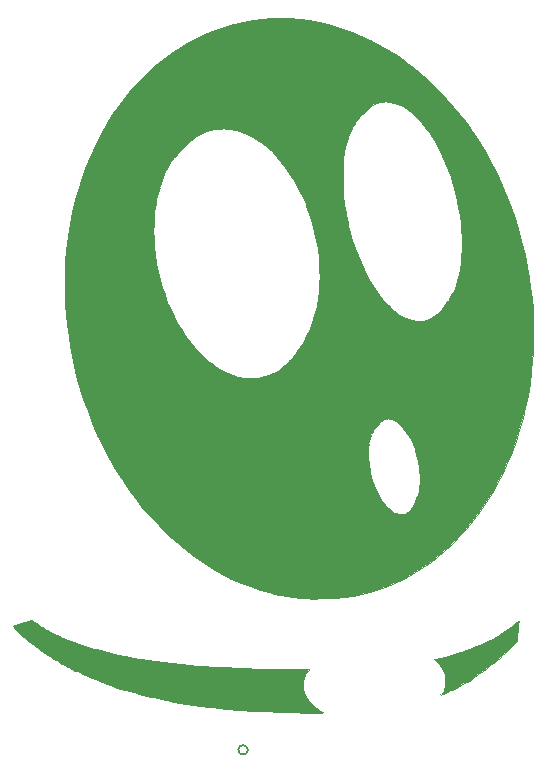
<source format=gto>
G04 #@! TF.FileFunction,Legend,Top*
%FSLAX46Y46*%
G04 Gerber Fmt 4.6, Leading zero omitted, Abs format (unit mm)*
G04 Created by KiCad (PCBNEW 4.0.7) date 07/19/18 08:55:47*
%MOMM*%
%LPD*%
G01*
G04 APERTURE LIST*
%ADD10C,0.100000*%
%ADD11C,0.010000*%
%ADD12C,0.150000*%
%ADD13C,2.100000*%
%ADD14O,2.100000X2.100000*%
G04 APERTURE END LIST*
D10*
D11*
G36*
X133506468Y-113999080D02*
X133565090Y-114023649D01*
X133634577Y-114064491D01*
X133721920Y-114123382D01*
X133834108Y-114202094D01*
X133911323Y-114256141D01*
X134059934Y-114359570D01*
X134189944Y-114449555D01*
X134305613Y-114528495D01*
X134411204Y-114598787D01*
X134510976Y-114662831D01*
X134609192Y-114723024D01*
X134710113Y-114781765D01*
X134818000Y-114841452D01*
X134937114Y-114904484D01*
X135071718Y-114973260D01*
X135226072Y-115050176D01*
X135404438Y-115137633D01*
X135611076Y-115238028D01*
X135850249Y-115353760D01*
X135930217Y-115392425D01*
X136072310Y-115460481D01*
X136201061Y-115520394D01*
X136322652Y-115574566D01*
X136443269Y-115625400D01*
X136569095Y-115675299D01*
X136706314Y-115726665D01*
X136861110Y-115781900D01*
X137039667Y-115843406D01*
X137248168Y-115913587D01*
X137411883Y-115968045D01*
X137720034Y-116069271D01*
X137998714Y-116158551D01*
X138258078Y-116238839D01*
X138508281Y-116313088D01*
X138759477Y-116384252D01*
X139021820Y-116455284D01*
X139305466Y-116529137D01*
X139579501Y-116598493D01*
X140207809Y-116751145D01*
X140830475Y-116892653D01*
X141451982Y-117023715D01*
X142076814Y-117145029D01*
X142709455Y-117257295D01*
X143354389Y-117361212D01*
X144016099Y-117457477D01*
X144699069Y-117546790D01*
X145407783Y-117629849D01*
X146146723Y-117707354D01*
X146920375Y-117780002D01*
X147455467Y-117825902D01*
X147733400Y-117848793D01*
X147974668Y-117868343D01*
X148184781Y-117884904D01*
X148369244Y-117898830D01*
X148533567Y-117910474D01*
X148683255Y-117920189D01*
X148823818Y-117928329D01*
X148960763Y-117935245D01*
X149099597Y-117941293D01*
X149245827Y-117946824D01*
X149404963Y-117952192D01*
X149445133Y-117953477D01*
X149604517Y-117958898D01*
X149798522Y-117966088D01*
X150019487Y-117974731D01*
X150259749Y-117984511D01*
X150511649Y-117995111D01*
X150767524Y-118006214D01*
X151019713Y-118017504D01*
X151233717Y-118027400D01*
X151599984Y-118044532D01*
X151927309Y-118059604D01*
X152219032Y-118072700D01*
X152478489Y-118083906D01*
X152709018Y-118093305D01*
X152913957Y-118100984D01*
X153096643Y-118107026D01*
X153260415Y-118111517D01*
X153408610Y-118114541D01*
X153544566Y-118116184D01*
X153671621Y-118116531D01*
X153793112Y-118115666D01*
X153912378Y-118113674D01*
X154032755Y-118110640D01*
X154157583Y-118106650D01*
X154237007Y-118103794D01*
X154433327Y-118097496D01*
X154653120Y-118092163D01*
X154890104Y-118087820D01*
X155137997Y-118084491D01*
X155390518Y-118082201D01*
X155641387Y-118080974D01*
X155884321Y-118080834D01*
X156113040Y-118081807D01*
X156321262Y-118083916D01*
X156502705Y-118087186D01*
X156651090Y-118091641D01*
X156708024Y-118094172D01*
X156975332Y-118107806D01*
X156850956Y-118344607D01*
X156734897Y-118585269D01*
X156649957Y-118808846D01*
X156593724Y-119024090D01*
X156563785Y-119239758D01*
X156557133Y-119410799D01*
X156567631Y-119650621D01*
X156601319Y-119867236D01*
X156661489Y-120074800D01*
X156751435Y-120287472D01*
X156769658Y-120324620D01*
X156879462Y-120513325D01*
X157022315Y-120709413D01*
X157191681Y-120905264D01*
X157381021Y-121093259D01*
X157562843Y-121249231D01*
X157648823Y-121314648D01*
X157759358Y-121394334D01*
X157883261Y-121480634D01*
X158009342Y-121565894D01*
X158126414Y-121642458D01*
X158223288Y-121702672D01*
X158239883Y-121712445D01*
X158345717Y-121773950D01*
X158197550Y-121791026D01*
X158137718Y-121795526D01*
X158041990Y-121799812D01*
X157916803Y-121803797D01*
X157768593Y-121807397D01*
X157603798Y-121810527D01*
X157428854Y-121813103D01*
X157250199Y-121815038D01*
X157074269Y-121816249D01*
X156907501Y-121816650D01*
X156756332Y-121816156D01*
X156627200Y-121814682D01*
X156546550Y-121812817D01*
X156482788Y-121810654D01*
X156381871Y-121806979D01*
X156248938Y-121801991D01*
X156089134Y-121795886D01*
X155907600Y-121788864D01*
X155709478Y-121781121D01*
X155499911Y-121772856D01*
X155284040Y-121764266D01*
X155276550Y-121763967D01*
X155033126Y-121754447D01*
X154773096Y-121744662D01*
X154505490Y-121734925D01*
X154239336Y-121725552D01*
X153983664Y-121716858D01*
X153747504Y-121709158D01*
X153539884Y-121702768D01*
X153445633Y-121700052D01*
X152998938Y-121686757D01*
X152589758Y-121672765D01*
X152213278Y-121657743D01*
X151864680Y-121641359D01*
X151539148Y-121623281D01*
X151231867Y-121603176D01*
X150938020Y-121580713D01*
X150652790Y-121555559D01*
X150371361Y-121527381D01*
X150088916Y-121495849D01*
X149800641Y-121460629D01*
X149603883Y-121435075D01*
X149415993Y-121411118D01*
X149201200Y-121385328D01*
X148974786Y-121359435D01*
X148752031Y-121335174D01*
X148548216Y-121314276D01*
X148482050Y-121307875D01*
X147814118Y-121239125D01*
X147183194Y-121162866D01*
X146584489Y-121078315D01*
X146013216Y-120984686D01*
X145464584Y-120881195D01*
X144933807Y-120767057D01*
X144418050Y-120641990D01*
X144255601Y-120601393D01*
X144069387Y-120556571D01*
X143877138Y-120511687D01*
X143696583Y-120470906D01*
X143603133Y-120450545D01*
X142861145Y-120282192D01*
X142135012Y-120098323D01*
X141429059Y-119900275D01*
X140747615Y-119689386D01*
X140095007Y-119466992D01*
X139475563Y-119234430D01*
X138914717Y-119002238D01*
X138575679Y-118854770D01*
X138272341Y-118722785D01*
X138001631Y-118604771D01*
X137760475Y-118499218D01*
X137545801Y-118404614D01*
X137354535Y-118319450D01*
X137183604Y-118242214D01*
X137029936Y-118171396D01*
X136890458Y-118105485D01*
X136762097Y-118042970D01*
X136641780Y-117982341D01*
X136526433Y-117922086D01*
X136412985Y-117860695D01*
X136298361Y-117796658D01*
X136179490Y-117728464D01*
X136053298Y-117654601D01*
X135916712Y-117573559D01*
X135766660Y-117483828D01*
X135600068Y-117383896D01*
X135496300Y-117321653D01*
X135233761Y-117163693D01*
X135004321Y-117024310D01*
X134804327Y-116901066D01*
X134630128Y-116791525D01*
X134478072Y-116693250D01*
X134344507Y-116603804D01*
X134225782Y-116520751D01*
X134118244Y-116441653D01*
X134018243Y-116364074D01*
X133922125Y-116285578D01*
X133843959Y-116219087D01*
X133782670Y-116167981D01*
X133693997Y-116096580D01*
X133584428Y-116009982D01*
X133460453Y-115913282D01*
X133328561Y-115811577D01*
X133207853Y-115719521D01*
X132935036Y-115505681D01*
X132682334Y-115293605D01*
X132453871Y-115087079D01*
X132253772Y-114889888D01*
X132086161Y-114705817D01*
X132032489Y-114640901D01*
X131971707Y-114563702D01*
X131934898Y-114512120D01*
X131918624Y-114479510D01*
X131919448Y-114459227D01*
X131931774Y-114446161D01*
X131966029Y-114429581D01*
X132034847Y-114403018D01*
X132132175Y-114368429D01*
X132251961Y-114327770D01*
X132388152Y-114282999D01*
X132534698Y-114236071D01*
X132685544Y-114188945D01*
X132834639Y-114143575D01*
X132975931Y-114101919D01*
X133103368Y-114065934D01*
X133131679Y-114058234D01*
X133240828Y-114028052D01*
X133325891Y-114005271D01*
X133393859Y-113991666D01*
X133451721Y-113989011D01*
X133506468Y-113999080D01*
X133506468Y-113999080D01*
G37*
X133506468Y-113999080D02*
X133565090Y-114023649D01*
X133634577Y-114064491D01*
X133721920Y-114123382D01*
X133834108Y-114202094D01*
X133911323Y-114256141D01*
X134059934Y-114359570D01*
X134189944Y-114449555D01*
X134305613Y-114528495D01*
X134411204Y-114598787D01*
X134510976Y-114662831D01*
X134609192Y-114723024D01*
X134710113Y-114781765D01*
X134818000Y-114841452D01*
X134937114Y-114904484D01*
X135071718Y-114973260D01*
X135226072Y-115050176D01*
X135404438Y-115137633D01*
X135611076Y-115238028D01*
X135850249Y-115353760D01*
X135930217Y-115392425D01*
X136072310Y-115460481D01*
X136201061Y-115520394D01*
X136322652Y-115574566D01*
X136443269Y-115625400D01*
X136569095Y-115675299D01*
X136706314Y-115726665D01*
X136861110Y-115781900D01*
X137039667Y-115843406D01*
X137248168Y-115913587D01*
X137411883Y-115968045D01*
X137720034Y-116069271D01*
X137998714Y-116158551D01*
X138258078Y-116238839D01*
X138508281Y-116313088D01*
X138759477Y-116384252D01*
X139021820Y-116455284D01*
X139305466Y-116529137D01*
X139579501Y-116598493D01*
X140207809Y-116751145D01*
X140830475Y-116892653D01*
X141451982Y-117023715D01*
X142076814Y-117145029D01*
X142709455Y-117257295D01*
X143354389Y-117361212D01*
X144016099Y-117457477D01*
X144699069Y-117546790D01*
X145407783Y-117629849D01*
X146146723Y-117707354D01*
X146920375Y-117780002D01*
X147455467Y-117825902D01*
X147733400Y-117848793D01*
X147974668Y-117868343D01*
X148184781Y-117884904D01*
X148369244Y-117898830D01*
X148533567Y-117910474D01*
X148683255Y-117920189D01*
X148823818Y-117928329D01*
X148960763Y-117935245D01*
X149099597Y-117941293D01*
X149245827Y-117946824D01*
X149404963Y-117952192D01*
X149445133Y-117953477D01*
X149604517Y-117958898D01*
X149798522Y-117966088D01*
X150019487Y-117974731D01*
X150259749Y-117984511D01*
X150511649Y-117995111D01*
X150767524Y-118006214D01*
X151019713Y-118017504D01*
X151233717Y-118027400D01*
X151599984Y-118044532D01*
X151927309Y-118059604D01*
X152219032Y-118072700D01*
X152478489Y-118083906D01*
X152709018Y-118093305D01*
X152913957Y-118100984D01*
X153096643Y-118107026D01*
X153260415Y-118111517D01*
X153408610Y-118114541D01*
X153544566Y-118116184D01*
X153671621Y-118116531D01*
X153793112Y-118115666D01*
X153912378Y-118113674D01*
X154032755Y-118110640D01*
X154157583Y-118106650D01*
X154237007Y-118103794D01*
X154433327Y-118097496D01*
X154653120Y-118092163D01*
X154890104Y-118087820D01*
X155137997Y-118084491D01*
X155390518Y-118082201D01*
X155641387Y-118080974D01*
X155884321Y-118080834D01*
X156113040Y-118081807D01*
X156321262Y-118083916D01*
X156502705Y-118087186D01*
X156651090Y-118091641D01*
X156708024Y-118094172D01*
X156975332Y-118107806D01*
X156850956Y-118344607D01*
X156734897Y-118585269D01*
X156649957Y-118808846D01*
X156593724Y-119024090D01*
X156563785Y-119239758D01*
X156557133Y-119410799D01*
X156567631Y-119650621D01*
X156601319Y-119867236D01*
X156661489Y-120074800D01*
X156751435Y-120287472D01*
X156769658Y-120324620D01*
X156879462Y-120513325D01*
X157022315Y-120709413D01*
X157191681Y-120905264D01*
X157381021Y-121093259D01*
X157562843Y-121249231D01*
X157648823Y-121314648D01*
X157759358Y-121394334D01*
X157883261Y-121480634D01*
X158009342Y-121565894D01*
X158126414Y-121642458D01*
X158223288Y-121702672D01*
X158239883Y-121712445D01*
X158345717Y-121773950D01*
X158197550Y-121791026D01*
X158137718Y-121795526D01*
X158041990Y-121799812D01*
X157916803Y-121803797D01*
X157768593Y-121807397D01*
X157603798Y-121810527D01*
X157428854Y-121813103D01*
X157250199Y-121815038D01*
X157074269Y-121816249D01*
X156907501Y-121816650D01*
X156756332Y-121816156D01*
X156627200Y-121814682D01*
X156546550Y-121812817D01*
X156482788Y-121810654D01*
X156381871Y-121806979D01*
X156248938Y-121801991D01*
X156089134Y-121795886D01*
X155907600Y-121788864D01*
X155709478Y-121781121D01*
X155499911Y-121772856D01*
X155284040Y-121764266D01*
X155276550Y-121763967D01*
X155033126Y-121754447D01*
X154773096Y-121744662D01*
X154505490Y-121734925D01*
X154239336Y-121725552D01*
X153983664Y-121716858D01*
X153747504Y-121709158D01*
X153539884Y-121702768D01*
X153445633Y-121700052D01*
X152998938Y-121686757D01*
X152589758Y-121672765D01*
X152213278Y-121657743D01*
X151864680Y-121641359D01*
X151539148Y-121623281D01*
X151231867Y-121603176D01*
X150938020Y-121580713D01*
X150652790Y-121555559D01*
X150371361Y-121527381D01*
X150088916Y-121495849D01*
X149800641Y-121460629D01*
X149603883Y-121435075D01*
X149415993Y-121411118D01*
X149201200Y-121385328D01*
X148974786Y-121359435D01*
X148752031Y-121335174D01*
X148548216Y-121314276D01*
X148482050Y-121307875D01*
X147814118Y-121239125D01*
X147183194Y-121162866D01*
X146584489Y-121078315D01*
X146013216Y-120984686D01*
X145464584Y-120881195D01*
X144933807Y-120767057D01*
X144418050Y-120641990D01*
X144255601Y-120601393D01*
X144069387Y-120556571D01*
X143877138Y-120511687D01*
X143696583Y-120470906D01*
X143603133Y-120450545D01*
X142861145Y-120282192D01*
X142135012Y-120098323D01*
X141429059Y-119900275D01*
X140747615Y-119689386D01*
X140095007Y-119466992D01*
X139475563Y-119234430D01*
X138914717Y-119002238D01*
X138575679Y-118854770D01*
X138272341Y-118722785D01*
X138001631Y-118604771D01*
X137760475Y-118499218D01*
X137545801Y-118404614D01*
X137354535Y-118319450D01*
X137183604Y-118242214D01*
X137029936Y-118171396D01*
X136890458Y-118105485D01*
X136762097Y-118042970D01*
X136641780Y-117982341D01*
X136526433Y-117922086D01*
X136412985Y-117860695D01*
X136298361Y-117796658D01*
X136179490Y-117728464D01*
X136053298Y-117654601D01*
X135916712Y-117573559D01*
X135766660Y-117483828D01*
X135600068Y-117383896D01*
X135496300Y-117321653D01*
X135233761Y-117163693D01*
X135004321Y-117024310D01*
X134804327Y-116901066D01*
X134630128Y-116791525D01*
X134478072Y-116693250D01*
X134344507Y-116603804D01*
X134225782Y-116520751D01*
X134118244Y-116441653D01*
X134018243Y-116364074D01*
X133922125Y-116285578D01*
X133843959Y-116219087D01*
X133782670Y-116167981D01*
X133693997Y-116096580D01*
X133584428Y-116009982D01*
X133460453Y-115913282D01*
X133328561Y-115811577D01*
X133207853Y-115719521D01*
X132935036Y-115505681D01*
X132682334Y-115293605D01*
X132453871Y-115087079D01*
X132253772Y-114889888D01*
X132086161Y-114705817D01*
X132032489Y-114640901D01*
X131971707Y-114563702D01*
X131934898Y-114512120D01*
X131918624Y-114479510D01*
X131919448Y-114459227D01*
X131931774Y-114446161D01*
X131966029Y-114429581D01*
X132034847Y-114403018D01*
X132132175Y-114368429D01*
X132251961Y-114327770D01*
X132388152Y-114282999D01*
X132534698Y-114236071D01*
X132685544Y-114188945D01*
X132834639Y-114143575D01*
X132975931Y-114101919D01*
X133103368Y-114065934D01*
X133131679Y-114058234D01*
X133240828Y-114028052D01*
X133325891Y-114005271D01*
X133393859Y-113991666D01*
X133451721Y-113989011D01*
X133506468Y-113999080D01*
G36*
X174708779Y-114199512D02*
X174701168Y-114278765D01*
X174689831Y-114388364D01*
X174676017Y-114516615D01*
X174660978Y-114651825D01*
X174652574Y-114725450D01*
X174636655Y-114877169D01*
X174621570Y-115045463D01*
X174608751Y-115212680D01*
X174599630Y-115361171D01*
X174597744Y-115401425D01*
X174584404Y-115717566D01*
X174419763Y-115898841D01*
X174244981Y-116088449D01*
X174073991Y-116267658D01*
X173902375Y-116440502D01*
X173725713Y-116611016D01*
X173539588Y-116783232D01*
X173339581Y-116961185D01*
X173121274Y-117148908D01*
X172880247Y-117350435D01*
X172612082Y-117569800D01*
X172416954Y-117727216D01*
X172031390Y-118032010D01*
X171667703Y-118308976D01*
X171319848Y-118562105D01*
X170981777Y-118795384D01*
X170647441Y-119012802D01*
X170310794Y-119218347D01*
X169965787Y-119416010D01*
X169606372Y-119609777D01*
X169404518Y-119714018D01*
X169262746Y-119784928D01*
X169110462Y-119858836D01*
X168952215Y-119933744D01*
X168792552Y-120007656D01*
X168636022Y-120078574D01*
X168487173Y-120144501D01*
X168350553Y-120203440D01*
X168230709Y-120253394D01*
X168132191Y-120292366D01*
X168059545Y-120318358D01*
X168017321Y-120329374D01*
X168008300Y-120327127D01*
X168021188Y-120299090D01*
X168027923Y-120291225D01*
X168050825Y-120257346D01*
X168085748Y-120193432D01*
X168128420Y-120108518D01*
X168174564Y-120011639D01*
X168219909Y-119911832D01*
X168260179Y-119818132D01*
X168291101Y-119739574D01*
X168297754Y-119720783D01*
X168368566Y-119453037D01*
X168404136Y-119173686D01*
X168403770Y-118893396D01*
X168368700Y-118632050D01*
X168305566Y-118414821D01*
X168204967Y-118188121D01*
X168069460Y-117956268D01*
X167901605Y-117723578D01*
X167703961Y-117494368D01*
X167677799Y-117466711D01*
X167601669Y-117383624D01*
X167555913Y-117325669D01*
X167541250Y-117293816D01*
X167545405Y-117288104D01*
X167578521Y-117279832D01*
X167641628Y-117266205D01*
X167723113Y-117249697D01*
X167754300Y-117243605D01*
X167956383Y-117201288D01*
X168189855Y-117146891D01*
X168446296Y-117082725D01*
X168717283Y-117011103D01*
X168994396Y-116934336D01*
X169269211Y-116854738D01*
X169533308Y-116774621D01*
X169778264Y-116696295D01*
X169913300Y-116650863D01*
X170231840Y-116539232D01*
X170528562Y-116430593D01*
X170811000Y-116321727D01*
X171086691Y-116209418D01*
X171363171Y-116090446D01*
X171647976Y-115961596D01*
X171948642Y-115819648D01*
X172272706Y-115661384D01*
X172520906Y-115537460D01*
X172732892Y-115427031D01*
X172934996Y-115313290D01*
X173134515Y-115191511D01*
X173338743Y-115056971D01*
X173554977Y-114904946D01*
X173790511Y-114730712D01*
X173924791Y-114628419D01*
X174051973Y-114531132D01*
X174181241Y-114432985D01*
X174304456Y-114340105D01*
X174413483Y-114258614D01*
X174500184Y-114194638D01*
X174525022Y-114176600D01*
X174723493Y-114033408D01*
X174708779Y-114199512D01*
X174708779Y-114199512D01*
G37*
X174708779Y-114199512D02*
X174701168Y-114278765D01*
X174689831Y-114388364D01*
X174676017Y-114516615D01*
X174660978Y-114651825D01*
X174652574Y-114725450D01*
X174636655Y-114877169D01*
X174621570Y-115045463D01*
X174608751Y-115212680D01*
X174599630Y-115361171D01*
X174597744Y-115401425D01*
X174584404Y-115717566D01*
X174419763Y-115898841D01*
X174244981Y-116088449D01*
X174073991Y-116267658D01*
X173902375Y-116440502D01*
X173725713Y-116611016D01*
X173539588Y-116783232D01*
X173339581Y-116961185D01*
X173121274Y-117148908D01*
X172880247Y-117350435D01*
X172612082Y-117569800D01*
X172416954Y-117727216D01*
X172031390Y-118032010D01*
X171667703Y-118308976D01*
X171319848Y-118562105D01*
X170981777Y-118795384D01*
X170647441Y-119012802D01*
X170310794Y-119218347D01*
X169965787Y-119416010D01*
X169606372Y-119609777D01*
X169404518Y-119714018D01*
X169262746Y-119784928D01*
X169110462Y-119858836D01*
X168952215Y-119933744D01*
X168792552Y-120007656D01*
X168636022Y-120078574D01*
X168487173Y-120144501D01*
X168350553Y-120203440D01*
X168230709Y-120253394D01*
X168132191Y-120292366D01*
X168059545Y-120318358D01*
X168017321Y-120329374D01*
X168008300Y-120327127D01*
X168021188Y-120299090D01*
X168027923Y-120291225D01*
X168050825Y-120257346D01*
X168085748Y-120193432D01*
X168128420Y-120108518D01*
X168174564Y-120011639D01*
X168219909Y-119911832D01*
X168260179Y-119818132D01*
X168291101Y-119739574D01*
X168297754Y-119720783D01*
X168368566Y-119453037D01*
X168404136Y-119173686D01*
X168403770Y-118893396D01*
X168368700Y-118632050D01*
X168305566Y-118414821D01*
X168204967Y-118188121D01*
X168069460Y-117956268D01*
X167901605Y-117723578D01*
X167703961Y-117494368D01*
X167677799Y-117466711D01*
X167601669Y-117383624D01*
X167555913Y-117325669D01*
X167541250Y-117293816D01*
X167545405Y-117288104D01*
X167578521Y-117279832D01*
X167641628Y-117266205D01*
X167723113Y-117249697D01*
X167754300Y-117243605D01*
X167956383Y-117201288D01*
X168189855Y-117146891D01*
X168446296Y-117082725D01*
X168717283Y-117011103D01*
X168994396Y-116934336D01*
X169269211Y-116854738D01*
X169533308Y-116774621D01*
X169778264Y-116696295D01*
X169913300Y-116650863D01*
X170231840Y-116539232D01*
X170528562Y-116430593D01*
X170811000Y-116321727D01*
X171086691Y-116209418D01*
X171363171Y-116090446D01*
X171647976Y-115961596D01*
X171948642Y-115819648D01*
X172272706Y-115661384D01*
X172520906Y-115537460D01*
X172732892Y-115427031D01*
X172934996Y-115313290D01*
X173134515Y-115191511D01*
X173338743Y-115056971D01*
X173554977Y-114904946D01*
X173790511Y-114730712D01*
X173924791Y-114628419D01*
X174051973Y-114531132D01*
X174181241Y-114432985D01*
X174304456Y-114340105D01*
X174413483Y-114258614D01*
X174500184Y-114194638D01*
X174525022Y-114176600D01*
X174723493Y-114033408D01*
X174708779Y-114199512D01*
G36*
X155392821Y-63033372D02*
X156186305Y-63095912D01*
X156984678Y-63199391D01*
X157790070Y-63343845D01*
X158273688Y-63449300D01*
X159051104Y-63650620D01*
X159828837Y-63893238D01*
X160604850Y-64176185D01*
X161377111Y-64498490D01*
X162143585Y-64859183D01*
X162902239Y-65257295D01*
X163651039Y-65691855D01*
X164387950Y-66161893D01*
X165110938Y-66666441D01*
X165277800Y-66789317D01*
X165879806Y-67254425D01*
X166470999Y-67746462D01*
X167053590Y-68267615D01*
X167629792Y-68820072D01*
X168201816Y-69406023D01*
X168771875Y-70027653D01*
X169342179Y-70687152D01*
X169874832Y-71336526D01*
X170322483Y-71917367D01*
X170765149Y-72534603D01*
X171199211Y-73182320D01*
X171621052Y-73854603D01*
X172027053Y-74545537D01*
X172413595Y-75249205D01*
X172777062Y-75959694D01*
X173042035Y-76514407D01*
X173503280Y-77559032D01*
X173924458Y-78612507D01*
X174306177Y-79676833D01*
X174649046Y-80754013D01*
X174953672Y-81846050D01*
X175220666Y-82954945D01*
X175450635Y-84082702D01*
X175594386Y-84912200D01*
X175722580Y-85806832D01*
X175824158Y-86726458D01*
X175898767Y-87662868D01*
X175946057Y-88607855D01*
X175965674Y-89553211D01*
X175957268Y-90490728D01*
X175920485Y-91412197D01*
X175892034Y-91854867D01*
X175798344Y-92885422D01*
X175668039Y-93904341D01*
X175501615Y-94910355D01*
X175299567Y-95902199D01*
X175062391Y-96878604D01*
X174790582Y-97838306D01*
X174484636Y-98780035D01*
X174145050Y-99702526D01*
X173772318Y-100604512D01*
X173366936Y-101484726D01*
X172929399Y-102341901D01*
X172460205Y-103174770D01*
X171959848Y-103982065D01*
X171428823Y-104762522D01*
X170867628Y-105514871D01*
X170276756Y-106237847D01*
X170254325Y-106264025D01*
X169703247Y-106877053D01*
X169126974Y-107462085D01*
X168527483Y-108017761D01*
X167906753Y-108542722D01*
X167266764Y-109035610D01*
X166609492Y-109495066D01*
X165936919Y-109919732D01*
X165251021Y-110308249D01*
X164553778Y-110659258D01*
X163847169Y-110971400D01*
X163133171Y-111243318D01*
X162875383Y-111330876D01*
X162140316Y-111555351D01*
X161410238Y-111743091D01*
X160676205Y-111895963D01*
X159929274Y-112015837D01*
X159181800Y-112102560D01*
X159090286Y-112109323D01*
X158963271Y-112115855D01*
X158806836Y-112122055D01*
X158627059Y-112127822D01*
X158430022Y-112133055D01*
X158221804Y-112137655D01*
X158008485Y-112141519D01*
X157796146Y-112144547D01*
X157590865Y-112146639D01*
X157398723Y-112147692D01*
X157225801Y-112147608D01*
X157078177Y-112146284D01*
X156961932Y-112143619D01*
X156895800Y-112140468D01*
X156261822Y-112089001D01*
X155661146Y-112022903D01*
X155086979Y-111941127D01*
X154532528Y-111842626D01*
X153991001Y-111726353D01*
X153625550Y-111636309D01*
X152808439Y-111402782D01*
X151998989Y-111127875D01*
X151197810Y-110811949D01*
X150405512Y-110455367D01*
X149622707Y-110058489D01*
X148850003Y-109621679D01*
X148088013Y-109145297D01*
X147337347Y-108629706D01*
X146598615Y-108075267D01*
X145872428Y-107482343D01*
X145159397Y-106851295D01*
X144516435Y-106238242D01*
X144067632Y-105785148D01*
X143649431Y-105341551D01*
X143254184Y-104898813D01*
X142874240Y-104448297D01*
X142501948Y-103981366D01*
X142397585Y-103845917D01*
X141744578Y-102959869D01*
X141130860Y-102060018D01*
X140555561Y-101144698D01*
X140017815Y-100212241D01*
X139868274Y-99928337D01*
X162042104Y-99928337D01*
X162056441Y-100320360D01*
X162091695Y-100720560D01*
X162147640Y-101123344D01*
X162224048Y-101523119D01*
X162320692Y-101914296D01*
X162337610Y-101974292D01*
X162463492Y-102369909D01*
X162608605Y-102748748D01*
X162770992Y-103107644D01*
X162948694Y-103443433D01*
X163139755Y-103752951D01*
X163342217Y-104033034D01*
X163554121Y-104280518D01*
X163773510Y-104492238D01*
X163998426Y-104665031D01*
X164005300Y-104669621D01*
X164218036Y-104791407D01*
X164426693Y-104871247D01*
X164631109Y-104909106D01*
X164831125Y-104904946D01*
X164950561Y-104881849D01*
X165126055Y-104814407D01*
X165293771Y-104705712D01*
X165453147Y-104556225D01*
X165603619Y-104366408D01*
X165633661Y-104322033D01*
X165694834Y-104230737D01*
X165757884Y-104139008D01*
X165812639Y-104061562D01*
X165831669Y-104035553D01*
X165908806Y-103918599D01*
X165989145Y-103773601D01*
X166066166Y-103613715D01*
X166133345Y-103452097D01*
X166165245Y-103362699D01*
X166252954Y-103048916D01*
X166313326Y-102717227D01*
X166346677Y-102363959D01*
X166353320Y-101985435D01*
X166333571Y-101577981D01*
X166325860Y-101485700D01*
X166265276Y-100971912D01*
X166177274Y-100472779D01*
X166062941Y-99991118D01*
X165923367Y-99529745D01*
X165759640Y-99091477D01*
X165572850Y-98679133D01*
X165364085Y-98295529D01*
X165134434Y-97943481D01*
X164884986Y-97625808D01*
X164795139Y-97525354D01*
X164610048Y-97345792D01*
X164413794Y-97193122D01*
X164211420Y-97070044D01*
X164007968Y-96979257D01*
X163808482Y-96923460D01*
X163637001Y-96905397D01*
X163544042Y-96906228D01*
X163475145Y-96914292D01*
X163412170Y-96933467D01*
X163336979Y-96967634D01*
X163330085Y-96971036D01*
X163214992Y-97035082D01*
X163107540Y-97111155D01*
X163002983Y-97204112D01*
X162896570Y-97318809D01*
X162783555Y-97460103D01*
X162659189Y-97632850D01*
X162603933Y-97713721D01*
X162459664Y-97942845D01*
X162345162Y-98160906D01*
X162254661Y-98379853D01*
X162198488Y-98553832D01*
X162126878Y-98857236D01*
X162077096Y-99191183D01*
X162048913Y-99550080D01*
X162042104Y-99928337D01*
X139868274Y-99928337D01*
X139516754Y-99260979D01*
X139051510Y-98289245D01*
X138621215Y-97295371D01*
X138225001Y-96277690D01*
X137862001Y-95234534D01*
X137773221Y-94959772D01*
X137517326Y-94117785D01*
X137287817Y-93282025D01*
X137083651Y-92446872D01*
X136903785Y-91606703D01*
X136747179Y-90755896D01*
X136612789Y-89888829D01*
X136499573Y-88999881D01*
X136406489Y-88083430D01*
X136338300Y-87219367D01*
X136332052Y-87102618D01*
X136326605Y-86948970D01*
X136321960Y-86763513D01*
X136318116Y-86551340D01*
X136315075Y-86317544D01*
X136312836Y-86067217D01*
X136311399Y-85805451D01*
X136310765Y-85537339D01*
X136310934Y-85267973D01*
X136311906Y-85002445D01*
X136313681Y-84745849D01*
X136316259Y-84503276D01*
X136319640Y-84279818D01*
X136323825Y-84080569D01*
X136328814Y-83910620D01*
X136334606Y-83775064D01*
X136338187Y-83716283D01*
X136435016Y-82612817D01*
X136567720Y-81531761D01*
X136657536Y-80967803D01*
X143884404Y-80967803D01*
X143889130Y-81512608D01*
X143915293Y-82041404D01*
X143930811Y-82234617D01*
X144020746Y-83048958D01*
X144143318Y-83838481D01*
X144299419Y-84606370D01*
X144489940Y-85355814D01*
X144715775Y-86090001D01*
X144977816Y-86812117D01*
X145276954Y-87525349D01*
X145604659Y-88214200D01*
X145911698Y-88792834D01*
X146232253Y-89334807D01*
X146569420Y-89844490D01*
X146926297Y-90326253D01*
X147305981Y-90784468D01*
X147711571Y-91223504D01*
X147804031Y-91317395D01*
X148114603Y-91618391D01*
X148415521Y-91886882D01*
X148714466Y-92128985D01*
X149019119Y-92350817D01*
X149337161Y-92558493D01*
X149445425Y-92624402D01*
X149869963Y-92858257D01*
X150293617Y-93050563D01*
X150718450Y-93202001D01*
X151146523Y-93313252D01*
X151579899Y-93384996D01*
X151815800Y-93407477D01*
X151936564Y-93411584D01*
X152087151Y-93409813D01*
X152255558Y-93402814D01*
X152429781Y-93391237D01*
X152597815Y-93375733D01*
X152747133Y-93357029D01*
X153093143Y-93288662D01*
X153429908Y-93186106D01*
X153764080Y-93046995D01*
X154074542Y-92884925D01*
X154224166Y-92797031D01*
X154355584Y-92713428D01*
X154479675Y-92626326D01*
X154607315Y-92527930D01*
X154749380Y-92410449D01*
X154814604Y-92354714D01*
X155076792Y-92112222D01*
X155338744Y-91837747D01*
X155592017Y-91540836D01*
X155828164Y-91231037D01*
X155904143Y-91122880D01*
X155961698Y-91039671D01*
X156010073Y-90970832D01*
X156044577Y-90922956D01*
X156060521Y-90902640D01*
X156060976Y-90902367D01*
X156061381Y-90919936D01*
X156056184Y-90949992D01*
X156060922Y-90965672D01*
X156085999Y-90951636D01*
X156127167Y-90912632D01*
X156180181Y-90853407D01*
X156240793Y-90778707D01*
X156304756Y-90693280D01*
X156367824Y-90601872D01*
X156368369Y-90601044D01*
X156447427Y-90474054D01*
X156538162Y-90316444D01*
X156636064Y-90136711D01*
X156736623Y-89943353D01*
X156835328Y-89744865D01*
X156927668Y-89549745D01*
X156935075Y-89533595D01*
X157142164Y-89037503D01*
X157324517Y-88510316D01*
X157481521Y-87955727D01*
X157612563Y-87377431D01*
X157717028Y-86779120D01*
X157794303Y-86164488D01*
X157843775Y-85537229D01*
X157864828Y-84901037D01*
X157856851Y-84259605D01*
X157847477Y-84042178D01*
X157792342Y-83291885D01*
X157703459Y-82553006D01*
X157579874Y-81821247D01*
X157420634Y-81092311D01*
X157224786Y-80361903D01*
X156991376Y-79625729D01*
X156719451Y-78879491D01*
X156678213Y-78773867D01*
X156430540Y-78181607D01*
X156160591Y-77605517D01*
X155870276Y-77048429D01*
X155578786Y-76543130D01*
X159908926Y-76543130D01*
X159909455Y-76797481D01*
X159911585Y-77047834D01*
X159915316Y-77288402D01*
X159920649Y-77513397D01*
X159927582Y-77717031D01*
X159936118Y-77893516D01*
X159946256Y-78037066D01*
X159949865Y-78075367D01*
X160041289Y-78820311D01*
X160164075Y-79564725D01*
X160319834Y-80317670D01*
X160429181Y-80774894D01*
X160557617Y-81269239D01*
X160686561Y-81728217D01*
X160818465Y-82158750D01*
X160955778Y-82567760D01*
X161100951Y-82962168D01*
X161256435Y-83348896D01*
X161424679Y-83734866D01*
X161608135Y-84126999D01*
X161636860Y-84186252D01*
X161915207Y-84732030D01*
X162203843Y-85247675D01*
X162501668Y-85731764D01*
X162807582Y-86182877D01*
X163120484Y-86599593D01*
X163439275Y-86980489D01*
X163762854Y-87324145D01*
X164090119Y-87629139D01*
X164419972Y-87894050D01*
X164611050Y-88028115D01*
X164880321Y-88195035D01*
X165138691Y-88329282D01*
X165395926Y-88435127D01*
X165661791Y-88516843D01*
X165806967Y-88551277D01*
X165961389Y-88575369D01*
X166139860Y-88588271D01*
X166329344Y-88590217D01*
X166516805Y-88581445D01*
X166689209Y-88562189D01*
X166833518Y-88532687D01*
X166833550Y-88532679D01*
X167115485Y-88433418D01*
X167386644Y-88293507D01*
X167646507Y-88113365D01*
X167894558Y-87893412D01*
X168130277Y-87634070D01*
X168353148Y-87335759D01*
X168406110Y-87256198D01*
X168455600Y-87175678D01*
X168496419Y-87100971D01*
X168522183Y-87044101D01*
X168526929Y-87028656D01*
X168549115Y-86978722D01*
X168581482Y-86965367D01*
X168613493Y-86969674D01*
X168618111Y-86987929D01*
X168595443Y-87028130D01*
X168582564Y-87046766D01*
X168552107Y-87094429D01*
X168518926Y-87152807D01*
X168488709Y-87210840D01*
X168467145Y-87257467D01*
X168459923Y-87281629D01*
X168461127Y-87282867D01*
X168479637Y-87267140D01*
X168517838Y-87224727D01*
X168569980Y-87162778D01*
X168630314Y-87088441D01*
X168693088Y-87008866D01*
X168752553Y-86931203D01*
X168802959Y-86862602D01*
X168827121Y-86827783D01*
X169031335Y-86489460D01*
X169214959Y-86115604D01*
X169377705Y-85707828D01*
X169519287Y-85267745D01*
X169639418Y-84796969D01*
X169737812Y-84297114D01*
X169814181Y-83769791D01*
X169868239Y-83216614D01*
X169899700Y-82639198D01*
X169908277Y-82039154D01*
X169893682Y-81418097D01*
X169869053Y-80964617D01*
X169813582Y-80335992D01*
X169731107Y-79696736D01*
X169622934Y-79050728D01*
X169490374Y-78401849D01*
X169334736Y-77753979D01*
X169157327Y-77110999D01*
X168959457Y-76476788D01*
X168742435Y-75855226D01*
X168507570Y-75250195D01*
X168256170Y-74665574D01*
X167989544Y-74105242D01*
X167709002Y-73573082D01*
X167415852Y-73072972D01*
X167111403Y-72608793D01*
X166995684Y-72446285D01*
X166745161Y-72117407D01*
X166492171Y-71816391D01*
X166225226Y-71529739D01*
X166156681Y-71460455D01*
X165861904Y-71179425D01*
X165575997Y-70935518D01*
X165294366Y-70725724D01*
X165012415Y-70547030D01*
X164725549Y-70396428D01*
X164429172Y-70270904D01*
X164240633Y-70205003D01*
X164081942Y-70155111D01*
X163951859Y-70118471D01*
X163839466Y-70093176D01*
X163733845Y-70077318D01*
X163624077Y-70068989D01*
X163499244Y-70066283D01*
X163446883Y-70066325D01*
X163197606Y-70078922D01*
X162971989Y-70115712D01*
X162757403Y-70179081D01*
X162669709Y-70213288D01*
X162467574Y-70314594D01*
X162259439Y-70450801D01*
X162051872Y-70616383D01*
X161851437Y-70805818D01*
X161664701Y-71013579D01*
X161560784Y-71146329D01*
X161493604Y-71234204D01*
X161421865Y-71323421D01*
X161357981Y-71398668D01*
X161340163Y-71418450D01*
X161211257Y-71570207D01*
X161075032Y-71751689D01*
X160938123Y-71952657D01*
X160807165Y-72162869D01*
X160688793Y-72372084D01*
X160589642Y-72570060D01*
X160579068Y-72593200D01*
X160513130Y-72749245D01*
X160442669Y-72933327D01*
X160371599Y-73133739D01*
X160303834Y-73338772D01*
X160243289Y-73536719D01*
X160193876Y-73715872D01*
X160168658Y-73820867D01*
X160126887Y-74022661D01*
X160083866Y-74252682D01*
X160041915Y-74496971D01*
X160003352Y-74741572D01*
X159970495Y-74972528D01*
X159950014Y-75136897D01*
X159939347Y-75257179D01*
X159930278Y-75413977D01*
X159922809Y-75601502D01*
X159916939Y-75813968D01*
X159912668Y-76045586D01*
X159909997Y-76290570D01*
X159908926Y-76543130D01*
X155578786Y-76543130D01*
X155561505Y-76513175D01*
X155236188Y-76002589D01*
X154896233Y-75519501D01*
X154543550Y-75066744D01*
X154180049Y-74647151D01*
X153807639Y-74263554D01*
X153428229Y-73918784D01*
X153374511Y-73873650D01*
X152984102Y-73564086D01*
X152602808Y-73293250D01*
X152227117Y-73059463D01*
X151853520Y-72861044D01*
X151478504Y-72696316D01*
X151098561Y-72563598D01*
X150710178Y-72461212D01*
X150309846Y-72387478D01*
X150249467Y-72378911D01*
X150096750Y-72363661D01*
X149915957Y-72354647D01*
X149718524Y-72351684D01*
X149515889Y-72354587D01*
X149319488Y-72363171D01*
X149140758Y-72377251D01*
X148991138Y-72396643D01*
X148974513Y-72399528D01*
X148599945Y-72481322D01*
X148250413Y-72588821D01*
X147917956Y-72725487D01*
X147594612Y-72894786D01*
X147272418Y-73100180D01*
X147130558Y-73201705D01*
X147024840Y-73285883D01*
X146899853Y-73395281D01*
X146763181Y-73522392D01*
X146622411Y-73659710D01*
X146485128Y-73799731D01*
X146358916Y-73934947D01*
X146251362Y-74057852D01*
X146195594Y-74126880D01*
X146131099Y-74209178D01*
X146050090Y-74310874D01*
X145963107Y-74418808D01*
X145883746Y-74516111D01*
X145557926Y-74942804D01*
X145262179Y-75393745D01*
X144995649Y-75870675D01*
X144757481Y-76375338D01*
X144546820Y-76909477D01*
X144362811Y-77474835D01*
X144272531Y-77800200D01*
X144161272Y-78277024D01*
X144067838Y-78784708D01*
X143992833Y-79315439D01*
X143936857Y-79861406D01*
X143900514Y-80414798D01*
X143884404Y-80967803D01*
X136657536Y-80967803D01*
X136736345Y-80472970D01*
X136940939Y-79436301D01*
X137181552Y-78421611D01*
X137458230Y-77428757D01*
X137771022Y-76457594D01*
X138119975Y-75507979D01*
X138505138Y-74579770D01*
X138926559Y-73672821D01*
X139384285Y-72786991D01*
X139878365Y-71922135D01*
X140408846Y-71078109D01*
X140716801Y-70621772D01*
X141224717Y-69920938D01*
X141759565Y-69247488D01*
X142319757Y-68602900D01*
X142903704Y-67988655D01*
X143509814Y-67406231D01*
X144136500Y-66857108D01*
X144782172Y-66342764D01*
X145445240Y-65864679D01*
X146124113Y-65424333D01*
X146608800Y-65138817D01*
X147311901Y-64763995D01*
X148035201Y-64422002D01*
X148774212Y-64114521D01*
X149524446Y-63843232D01*
X150281417Y-63609820D01*
X151040635Y-63415966D01*
X151424217Y-63333487D01*
X152225194Y-63191875D01*
X153020413Y-63091021D01*
X153812005Y-63030962D01*
X154602098Y-63011734D01*
X155392821Y-63033372D01*
X155392821Y-63033372D01*
G37*
X155392821Y-63033372D02*
X156186305Y-63095912D01*
X156984678Y-63199391D01*
X157790070Y-63343845D01*
X158273688Y-63449300D01*
X159051104Y-63650620D01*
X159828837Y-63893238D01*
X160604850Y-64176185D01*
X161377111Y-64498490D01*
X162143585Y-64859183D01*
X162902239Y-65257295D01*
X163651039Y-65691855D01*
X164387950Y-66161893D01*
X165110938Y-66666441D01*
X165277800Y-66789317D01*
X165879806Y-67254425D01*
X166470999Y-67746462D01*
X167053590Y-68267615D01*
X167629792Y-68820072D01*
X168201816Y-69406023D01*
X168771875Y-70027653D01*
X169342179Y-70687152D01*
X169874832Y-71336526D01*
X170322483Y-71917367D01*
X170765149Y-72534603D01*
X171199211Y-73182320D01*
X171621052Y-73854603D01*
X172027053Y-74545537D01*
X172413595Y-75249205D01*
X172777062Y-75959694D01*
X173042035Y-76514407D01*
X173503280Y-77559032D01*
X173924458Y-78612507D01*
X174306177Y-79676833D01*
X174649046Y-80754013D01*
X174953672Y-81846050D01*
X175220666Y-82954945D01*
X175450635Y-84082702D01*
X175594386Y-84912200D01*
X175722580Y-85806832D01*
X175824158Y-86726458D01*
X175898767Y-87662868D01*
X175946057Y-88607855D01*
X175965674Y-89553211D01*
X175957268Y-90490728D01*
X175920485Y-91412197D01*
X175892034Y-91854867D01*
X175798344Y-92885422D01*
X175668039Y-93904341D01*
X175501615Y-94910355D01*
X175299567Y-95902199D01*
X175062391Y-96878604D01*
X174790582Y-97838306D01*
X174484636Y-98780035D01*
X174145050Y-99702526D01*
X173772318Y-100604512D01*
X173366936Y-101484726D01*
X172929399Y-102341901D01*
X172460205Y-103174770D01*
X171959848Y-103982065D01*
X171428823Y-104762522D01*
X170867628Y-105514871D01*
X170276756Y-106237847D01*
X170254325Y-106264025D01*
X169703247Y-106877053D01*
X169126974Y-107462085D01*
X168527483Y-108017761D01*
X167906753Y-108542722D01*
X167266764Y-109035610D01*
X166609492Y-109495066D01*
X165936919Y-109919732D01*
X165251021Y-110308249D01*
X164553778Y-110659258D01*
X163847169Y-110971400D01*
X163133171Y-111243318D01*
X162875383Y-111330876D01*
X162140316Y-111555351D01*
X161410238Y-111743091D01*
X160676205Y-111895963D01*
X159929274Y-112015837D01*
X159181800Y-112102560D01*
X159090286Y-112109323D01*
X158963271Y-112115855D01*
X158806836Y-112122055D01*
X158627059Y-112127822D01*
X158430022Y-112133055D01*
X158221804Y-112137655D01*
X158008485Y-112141519D01*
X157796146Y-112144547D01*
X157590865Y-112146639D01*
X157398723Y-112147692D01*
X157225801Y-112147608D01*
X157078177Y-112146284D01*
X156961932Y-112143619D01*
X156895800Y-112140468D01*
X156261822Y-112089001D01*
X155661146Y-112022903D01*
X155086979Y-111941127D01*
X154532528Y-111842626D01*
X153991001Y-111726353D01*
X153625550Y-111636309D01*
X152808439Y-111402782D01*
X151998989Y-111127875D01*
X151197810Y-110811949D01*
X150405512Y-110455367D01*
X149622707Y-110058489D01*
X148850003Y-109621679D01*
X148088013Y-109145297D01*
X147337347Y-108629706D01*
X146598615Y-108075267D01*
X145872428Y-107482343D01*
X145159397Y-106851295D01*
X144516435Y-106238242D01*
X144067632Y-105785148D01*
X143649431Y-105341551D01*
X143254184Y-104898813D01*
X142874240Y-104448297D01*
X142501948Y-103981366D01*
X142397585Y-103845917D01*
X141744578Y-102959869D01*
X141130860Y-102060018D01*
X140555561Y-101144698D01*
X140017815Y-100212241D01*
X139868274Y-99928337D01*
X162042104Y-99928337D01*
X162056441Y-100320360D01*
X162091695Y-100720560D01*
X162147640Y-101123344D01*
X162224048Y-101523119D01*
X162320692Y-101914296D01*
X162337610Y-101974292D01*
X162463492Y-102369909D01*
X162608605Y-102748748D01*
X162770992Y-103107644D01*
X162948694Y-103443433D01*
X163139755Y-103752951D01*
X163342217Y-104033034D01*
X163554121Y-104280518D01*
X163773510Y-104492238D01*
X163998426Y-104665031D01*
X164005300Y-104669621D01*
X164218036Y-104791407D01*
X164426693Y-104871247D01*
X164631109Y-104909106D01*
X164831125Y-104904946D01*
X164950561Y-104881849D01*
X165126055Y-104814407D01*
X165293771Y-104705712D01*
X165453147Y-104556225D01*
X165603619Y-104366408D01*
X165633661Y-104322033D01*
X165694834Y-104230737D01*
X165757884Y-104139008D01*
X165812639Y-104061562D01*
X165831669Y-104035553D01*
X165908806Y-103918599D01*
X165989145Y-103773601D01*
X166066166Y-103613715D01*
X166133345Y-103452097D01*
X166165245Y-103362699D01*
X166252954Y-103048916D01*
X166313326Y-102717227D01*
X166346677Y-102363959D01*
X166353320Y-101985435D01*
X166333571Y-101577981D01*
X166325860Y-101485700D01*
X166265276Y-100971912D01*
X166177274Y-100472779D01*
X166062941Y-99991118D01*
X165923367Y-99529745D01*
X165759640Y-99091477D01*
X165572850Y-98679133D01*
X165364085Y-98295529D01*
X165134434Y-97943481D01*
X164884986Y-97625808D01*
X164795139Y-97525354D01*
X164610048Y-97345792D01*
X164413794Y-97193122D01*
X164211420Y-97070044D01*
X164007968Y-96979257D01*
X163808482Y-96923460D01*
X163637001Y-96905397D01*
X163544042Y-96906228D01*
X163475145Y-96914292D01*
X163412170Y-96933467D01*
X163336979Y-96967634D01*
X163330085Y-96971036D01*
X163214992Y-97035082D01*
X163107540Y-97111155D01*
X163002983Y-97204112D01*
X162896570Y-97318809D01*
X162783555Y-97460103D01*
X162659189Y-97632850D01*
X162603933Y-97713721D01*
X162459664Y-97942845D01*
X162345162Y-98160906D01*
X162254661Y-98379853D01*
X162198488Y-98553832D01*
X162126878Y-98857236D01*
X162077096Y-99191183D01*
X162048913Y-99550080D01*
X162042104Y-99928337D01*
X139868274Y-99928337D01*
X139516754Y-99260979D01*
X139051510Y-98289245D01*
X138621215Y-97295371D01*
X138225001Y-96277690D01*
X137862001Y-95234534D01*
X137773221Y-94959772D01*
X137517326Y-94117785D01*
X137287817Y-93282025D01*
X137083651Y-92446872D01*
X136903785Y-91606703D01*
X136747179Y-90755896D01*
X136612789Y-89888829D01*
X136499573Y-88999881D01*
X136406489Y-88083430D01*
X136338300Y-87219367D01*
X136332052Y-87102618D01*
X136326605Y-86948970D01*
X136321960Y-86763513D01*
X136318116Y-86551340D01*
X136315075Y-86317544D01*
X136312836Y-86067217D01*
X136311399Y-85805451D01*
X136310765Y-85537339D01*
X136310934Y-85267973D01*
X136311906Y-85002445D01*
X136313681Y-84745849D01*
X136316259Y-84503276D01*
X136319640Y-84279818D01*
X136323825Y-84080569D01*
X136328814Y-83910620D01*
X136334606Y-83775064D01*
X136338187Y-83716283D01*
X136435016Y-82612817D01*
X136567720Y-81531761D01*
X136657536Y-80967803D01*
X143884404Y-80967803D01*
X143889130Y-81512608D01*
X143915293Y-82041404D01*
X143930811Y-82234617D01*
X144020746Y-83048958D01*
X144143318Y-83838481D01*
X144299419Y-84606370D01*
X144489940Y-85355814D01*
X144715775Y-86090001D01*
X144977816Y-86812117D01*
X145276954Y-87525349D01*
X145604659Y-88214200D01*
X145911698Y-88792834D01*
X146232253Y-89334807D01*
X146569420Y-89844490D01*
X146926297Y-90326253D01*
X147305981Y-90784468D01*
X147711571Y-91223504D01*
X147804031Y-91317395D01*
X148114603Y-91618391D01*
X148415521Y-91886882D01*
X148714466Y-92128985D01*
X149019119Y-92350817D01*
X149337161Y-92558493D01*
X149445425Y-92624402D01*
X149869963Y-92858257D01*
X150293617Y-93050563D01*
X150718450Y-93202001D01*
X151146523Y-93313252D01*
X151579899Y-93384996D01*
X151815800Y-93407477D01*
X151936564Y-93411584D01*
X152087151Y-93409813D01*
X152255558Y-93402814D01*
X152429781Y-93391237D01*
X152597815Y-93375733D01*
X152747133Y-93357029D01*
X153093143Y-93288662D01*
X153429908Y-93186106D01*
X153764080Y-93046995D01*
X154074542Y-92884925D01*
X154224166Y-92797031D01*
X154355584Y-92713428D01*
X154479675Y-92626326D01*
X154607315Y-92527930D01*
X154749380Y-92410449D01*
X154814604Y-92354714D01*
X155076792Y-92112222D01*
X155338744Y-91837747D01*
X155592017Y-91540836D01*
X155828164Y-91231037D01*
X155904143Y-91122880D01*
X155961698Y-91039671D01*
X156010073Y-90970832D01*
X156044577Y-90922956D01*
X156060521Y-90902640D01*
X156060976Y-90902367D01*
X156061381Y-90919936D01*
X156056184Y-90949992D01*
X156060922Y-90965672D01*
X156085999Y-90951636D01*
X156127167Y-90912632D01*
X156180181Y-90853407D01*
X156240793Y-90778707D01*
X156304756Y-90693280D01*
X156367824Y-90601872D01*
X156368369Y-90601044D01*
X156447427Y-90474054D01*
X156538162Y-90316444D01*
X156636064Y-90136711D01*
X156736623Y-89943353D01*
X156835328Y-89744865D01*
X156927668Y-89549745D01*
X156935075Y-89533595D01*
X157142164Y-89037503D01*
X157324517Y-88510316D01*
X157481521Y-87955727D01*
X157612563Y-87377431D01*
X157717028Y-86779120D01*
X157794303Y-86164488D01*
X157843775Y-85537229D01*
X157864828Y-84901037D01*
X157856851Y-84259605D01*
X157847477Y-84042178D01*
X157792342Y-83291885D01*
X157703459Y-82553006D01*
X157579874Y-81821247D01*
X157420634Y-81092311D01*
X157224786Y-80361903D01*
X156991376Y-79625729D01*
X156719451Y-78879491D01*
X156678213Y-78773867D01*
X156430540Y-78181607D01*
X156160591Y-77605517D01*
X155870276Y-77048429D01*
X155578786Y-76543130D01*
X159908926Y-76543130D01*
X159909455Y-76797481D01*
X159911585Y-77047834D01*
X159915316Y-77288402D01*
X159920649Y-77513397D01*
X159927582Y-77717031D01*
X159936118Y-77893516D01*
X159946256Y-78037066D01*
X159949865Y-78075367D01*
X160041289Y-78820311D01*
X160164075Y-79564725D01*
X160319834Y-80317670D01*
X160429181Y-80774894D01*
X160557617Y-81269239D01*
X160686561Y-81728217D01*
X160818465Y-82158750D01*
X160955778Y-82567760D01*
X161100951Y-82962168D01*
X161256435Y-83348896D01*
X161424679Y-83734866D01*
X161608135Y-84126999D01*
X161636860Y-84186252D01*
X161915207Y-84732030D01*
X162203843Y-85247675D01*
X162501668Y-85731764D01*
X162807582Y-86182877D01*
X163120484Y-86599593D01*
X163439275Y-86980489D01*
X163762854Y-87324145D01*
X164090119Y-87629139D01*
X164419972Y-87894050D01*
X164611050Y-88028115D01*
X164880321Y-88195035D01*
X165138691Y-88329282D01*
X165395926Y-88435127D01*
X165661791Y-88516843D01*
X165806967Y-88551277D01*
X165961389Y-88575369D01*
X166139860Y-88588271D01*
X166329344Y-88590217D01*
X166516805Y-88581445D01*
X166689209Y-88562189D01*
X166833518Y-88532687D01*
X166833550Y-88532679D01*
X167115485Y-88433418D01*
X167386644Y-88293507D01*
X167646507Y-88113365D01*
X167894558Y-87893412D01*
X168130277Y-87634070D01*
X168353148Y-87335759D01*
X168406110Y-87256198D01*
X168455600Y-87175678D01*
X168496419Y-87100971D01*
X168522183Y-87044101D01*
X168526929Y-87028656D01*
X168549115Y-86978722D01*
X168581482Y-86965367D01*
X168613493Y-86969674D01*
X168618111Y-86987929D01*
X168595443Y-87028130D01*
X168582564Y-87046766D01*
X168552107Y-87094429D01*
X168518926Y-87152807D01*
X168488709Y-87210840D01*
X168467145Y-87257467D01*
X168459923Y-87281629D01*
X168461127Y-87282867D01*
X168479637Y-87267140D01*
X168517838Y-87224727D01*
X168569980Y-87162778D01*
X168630314Y-87088441D01*
X168693088Y-87008866D01*
X168752553Y-86931203D01*
X168802959Y-86862602D01*
X168827121Y-86827783D01*
X169031335Y-86489460D01*
X169214959Y-86115604D01*
X169377705Y-85707828D01*
X169519287Y-85267745D01*
X169639418Y-84796969D01*
X169737812Y-84297114D01*
X169814181Y-83769791D01*
X169868239Y-83216614D01*
X169899700Y-82639198D01*
X169908277Y-82039154D01*
X169893682Y-81418097D01*
X169869053Y-80964617D01*
X169813582Y-80335992D01*
X169731107Y-79696736D01*
X169622934Y-79050728D01*
X169490374Y-78401849D01*
X169334736Y-77753979D01*
X169157327Y-77110999D01*
X168959457Y-76476788D01*
X168742435Y-75855226D01*
X168507570Y-75250195D01*
X168256170Y-74665574D01*
X167989544Y-74105242D01*
X167709002Y-73573082D01*
X167415852Y-73072972D01*
X167111403Y-72608793D01*
X166995684Y-72446285D01*
X166745161Y-72117407D01*
X166492171Y-71816391D01*
X166225226Y-71529739D01*
X166156681Y-71460455D01*
X165861904Y-71179425D01*
X165575997Y-70935518D01*
X165294366Y-70725724D01*
X165012415Y-70547030D01*
X164725549Y-70396428D01*
X164429172Y-70270904D01*
X164240633Y-70205003D01*
X164081942Y-70155111D01*
X163951859Y-70118471D01*
X163839466Y-70093176D01*
X163733845Y-70077318D01*
X163624077Y-70068989D01*
X163499244Y-70066283D01*
X163446883Y-70066325D01*
X163197606Y-70078922D01*
X162971989Y-70115712D01*
X162757403Y-70179081D01*
X162669709Y-70213288D01*
X162467574Y-70314594D01*
X162259439Y-70450801D01*
X162051872Y-70616383D01*
X161851437Y-70805818D01*
X161664701Y-71013579D01*
X161560784Y-71146329D01*
X161493604Y-71234204D01*
X161421865Y-71323421D01*
X161357981Y-71398668D01*
X161340163Y-71418450D01*
X161211257Y-71570207D01*
X161075032Y-71751689D01*
X160938123Y-71952657D01*
X160807165Y-72162869D01*
X160688793Y-72372084D01*
X160589642Y-72570060D01*
X160579068Y-72593200D01*
X160513130Y-72749245D01*
X160442669Y-72933327D01*
X160371599Y-73133739D01*
X160303834Y-73338772D01*
X160243289Y-73536719D01*
X160193876Y-73715872D01*
X160168658Y-73820867D01*
X160126887Y-74022661D01*
X160083866Y-74252682D01*
X160041915Y-74496971D01*
X160003352Y-74741572D01*
X159970495Y-74972528D01*
X159950014Y-75136897D01*
X159939347Y-75257179D01*
X159930278Y-75413977D01*
X159922809Y-75601502D01*
X159916939Y-75813968D01*
X159912668Y-76045586D01*
X159909997Y-76290570D01*
X159908926Y-76543130D01*
X155578786Y-76543130D01*
X155561505Y-76513175D01*
X155236188Y-76002589D01*
X154896233Y-75519501D01*
X154543550Y-75066744D01*
X154180049Y-74647151D01*
X153807639Y-74263554D01*
X153428229Y-73918784D01*
X153374511Y-73873650D01*
X152984102Y-73564086D01*
X152602808Y-73293250D01*
X152227117Y-73059463D01*
X151853520Y-72861044D01*
X151478504Y-72696316D01*
X151098561Y-72563598D01*
X150710178Y-72461212D01*
X150309846Y-72387478D01*
X150249467Y-72378911D01*
X150096750Y-72363661D01*
X149915957Y-72354647D01*
X149718524Y-72351684D01*
X149515889Y-72354587D01*
X149319488Y-72363171D01*
X149140758Y-72377251D01*
X148991138Y-72396643D01*
X148974513Y-72399528D01*
X148599945Y-72481322D01*
X148250413Y-72588821D01*
X147917956Y-72725487D01*
X147594612Y-72894786D01*
X147272418Y-73100180D01*
X147130558Y-73201705D01*
X147024840Y-73285883D01*
X146899853Y-73395281D01*
X146763181Y-73522392D01*
X146622411Y-73659710D01*
X146485128Y-73799731D01*
X146358916Y-73934947D01*
X146251362Y-74057852D01*
X146195594Y-74126880D01*
X146131099Y-74209178D01*
X146050090Y-74310874D01*
X145963107Y-74418808D01*
X145883746Y-74516111D01*
X145557926Y-74942804D01*
X145262179Y-75393745D01*
X144995649Y-75870675D01*
X144757481Y-76375338D01*
X144546820Y-76909477D01*
X144362811Y-77474835D01*
X144272531Y-77800200D01*
X144161272Y-78277024D01*
X144067838Y-78784708D01*
X143992833Y-79315439D01*
X143936857Y-79861406D01*
X143900514Y-80414798D01*
X143884404Y-80967803D01*
X136657536Y-80967803D01*
X136736345Y-80472970D01*
X136940939Y-79436301D01*
X137181552Y-78421611D01*
X137458230Y-77428757D01*
X137771022Y-76457594D01*
X138119975Y-75507979D01*
X138505138Y-74579770D01*
X138926559Y-73672821D01*
X139384285Y-72786991D01*
X139878365Y-71922135D01*
X140408846Y-71078109D01*
X140716801Y-70621772D01*
X141224717Y-69920938D01*
X141759565Y-69247488D01*
X142319757Y-68602900D01*
X142903704Y-67988655D01*
X143509814Y-67406231D01*
X144136500Y-66857108D01*
X144782172Y-66342764D01*
X145445240Y-65864679D01*
X146124113Y-65424333D01*
X146608800Y-65138817D01*
X147311901Y-64763995D01*
X148035201Y-64422002D01*
X148774212Y-64114521D01*
X149524446Y-63843232D01*
X150281417Y-63609820D01*
X151040635Y-63415966D01*
X151424217Y-63333487D01*
X152225194Y-63191875D01*
X153020413Y-63091021D01*
X153812005Y-63030962D01*
X154602098Y-63011734D01*
X155392821Y-63033372D01*
G36*
X156091467Y-90870617D02*
X156080883Y-90881200D01*
X156070300Y-90870617D01*
X156080883Y-90860033D01*
X156091467Y-90870617D01*
X156091467Y-90870617D01*
G37*
X156091467Y-90870617D02*
X156080883Y-90881200D01*
X156070300Y-90870617D01*
X156080883Y-90860033D01*
X156091467Y-90870617D01*
D12*
X151786401Y-124968401D02*
G75*
G03X151786401Y-124968401I-400000J0D01*
G01*
%LPC*%
D11*
G36*
X163300706Y-115992647D02*
X163479053Y-116000015D01*
X163542133Y-116004210D01*
X163987401Y-116048726D01*
X164427993Y-116113431D01*
X164859929Y-116197027D01*
X165279229Y-116298220D01*
X165681912Y-116415711D01*
X166063997Y-116548205D01*
X166421503Y-116694404D01*
X166750451Y-116853012D01*
X167046858Y-117022732D01*
X167306744Y-117202268D01*
X167367771Y-117250338D01*
X167422920Y-117288857D01*
X167468819Y-117310150D01*
X167487889Y-117311413D01*
X167516284Y-117321058D01*
X167565757Y-117359055D01*
X167631423Y-117420318D01*
X167708401Y-117499760D01*
X167791809Y-117592293D01*
X167876763Y-117692830D01*
X167958383Y-117796285D01*
X167976909Y-117820950D01*
X168072245Y-117960853D01*
X168164650Y-118117574D01*
X168247860Y-118278967D01*
X168315614Y-118432887D01*
X168361650Y-118567187D01*
X168361653Y-118567200D01*
X168379484Y-118660785D01*
X168392206Y-118786557D01*
X168399823Y-118934682D01*
X168402339Y-119095324D01*
X168399759Y-119258647D01*
X168392088Y-119414817D01*
X168379329Y-119553996D01*
X168361487Y-119666351D01*
X168361163Y-119667867D01*
X168296585Y-119882773D01*
X168194842Y-120098040D01*
X168055008Y-120314933D01*
X167876158Y-120534717D01*
X167657369Y-120758656D01*
X167397716Y-120988017D01*
X167394467Y-120990709D01*
X167258659Y-121099380D01*
X167125887Y-121196853D01*
X166987220Y-121288830D01*
X166833727Y-121381016D01*
X166656479Y-121479114D01*
X166505467Y-121558507D01*
X165992974Y-121800808D01*
X165455611Y-122011272D01*
X164897334Y-122189064D01*
X164322096Y-122333351D01*
X163733853Y-122443299D01*
X163136559Y-122518075D01*
X162534170Y-122556843D01*
X161930640Y-122558772D01*
X161785300Y-122553627D01*
X161460060Y-122534101D01*
X161125302Y-122503647D01*
X160787533Y-122463395D01*
X160453257Y-122414475D01*
X160128978Y-122358014D01*
X159821201Y-122295143D01*
X159536431Y-122226991D01*
X159281172Y-122154687D01*
X159069055Y-122082086D01*
X158759789Y-121960091D01*
X158486512Y-121842602D01*
X158243611Y-121726293D01*
X158025473Y-121607837D01*
X157826484Y-121483911D01*
X157641032Y-121351186D01*
X157463501Y-121206340D01*
X157288280Y-121046045D01*
X157238522Y-120997600D01*
X157045746Y-120791433D01*
X156889552Y-120587156D01*
X156765228Y-120377338D01*
X156668063Y-120154545D01*
X156627532Y-120033803D01*
X156605837Y-119959212D01*
X156590383Y-119893463D01*
X156580086Y-119826600D01*
X156573860Y-119748669D01*
X156570619Y-119649715D01*
X156569279Y-119519782D01*
X156569181Y-119498533D01*
X156567717Y-119149283D01*
X156645755Y-118923979D01*
X156755684Y-118643622D01*
X156882383Y-118394379D01*
X157032139Y-118166353D01*
X157211237Y-117949645D01*
X157363866Y-117793151D01*
X157647218Y-117543704D01*
X157967147Y-117306361D01*
X158318945Y-117083859D01*
X158697904Y-116878940D01*
X159099315Y-116694342D01*
X159518471Y-116532806D01*
X159546696Y-116523004D01*
X159845211Y-116428124D01*
X160175995Y-116337407D01*
X160529028Y-116253005D01*
X160894293Y-116177072D01*
X161261772Y-116111763D01*
X161621447Y-116059230D01*
X161806467Y-116037198D01*
X161977846Y-116021835D01*
X162179544Y-116009163D01*
X162401785Y-115999365D01*
X162634797Y-115992629D01*
X162868804Y-115989140D01*
X163094031Y-115989085D01*
X163300706Y-115992647D01*
X163300706Y-115992647D01*
G37*
X163300706Y-115992647D02*
X163479053Y-116000015D01*
X163542133Y-116004210D01*
X163987401Y-116048726D01*
X164427993Y-116113431D01*
X164859929Y-116197027D01*
X165279229Y-116298220D01*
X165681912Y-116415711D01*
X166063997Y-116548205D01*
X166421503Y-116694404D01*
X166750451Y-116853012D01*
X167046858Y-117022732D01*
X167306744Y-117202268D01*
X167367771Y-117250338D01*
X167422920Y-117288857D01*
X167468819Y-117310150D01*
X167487889Y-117311413D01*
X167516284Y-117321058D01*
X167565757Y-117359055D01*
X167631423Y-117420318D01*
X167708401Y-117499760D01*
X167791809Y-117592293D01*
X167876763Y-117692830D01*
X167958383Y-117796285D01*
X167976909Y-117820950D01*
X168072245Y-117960853D01*
X168164650Y-118117574D01*
X168247860Y-118278967D01*
X168315614Y-118432887D01*
X168361650Y-118567187D01*
X168361653Y-118567200D01*
X168379484Y-118660785D01*
X168392206Y-118786557D01*
X168399823Y-118934682D01*
X168402339Y-119095324D01*
X168399759Y-119258647D01*
X168392088Y-119414817D01*
X168379329Y-119553996D01*
X168361487Y-119666351D01*
X168361163Y-119667867D01*
X168296585Y-119882773D01*
X168194842Y-120098040D01*
X168055008Y-120314933D01*
X167876158Y-120534717D01*
X167657369Y-120758656D01*
X167397716Y-120988017D01*
X167394467Y-120990709D01*
X167258659Y-121099380D01*
X167125887Y-121196853D01*
X166987220Y-121288830D01*
X166833727Y-121381016D01*
X166656479Y-121479114D01*
X166505467Y-121558507D01*
X165992974Y-121800808D01*
X165455611Y-122011272D01*
X164897334Y-122189064D01*
X164322096Y-122333351D01*
X163733853Y-122443299D01*
X163136559Y-122518075D01*
X162534170Y-122556843D01*
X161930640Y-122558772D01*
X161785300Y-122553627D01*
X161460060Y-122534101D01*
X161125302Y-122503647D01*
X160787533Y-122463395D01*
X160453257Y-122414475D01*
X160128978Y-122358014D01*
X159821201Y-122295143D01*
X159536431Y-122226991D01*
X159281172Y-122154687D01*
X159069055Y-122082086D01*
X158759789Y-121960091D01*
X158486512Y-121842602D01*
X158243611Y-121726293D01*
X158025473Y-121607837D01*
X157826484Y-121483911D01*
X157641032Y-121351186D01*
X157463501Y-121206340D01*
X157288280Y-121046045D01*
X157238522Y-120997600D01*
X157045746Y-120791433D01*
X156889552Y-120587156D01*
X156765228Y-120377338D01*
X156668063Y-120154545D01*
X156627532Y-120033803D01*
X156605837Y-119959212D01*
X156590383Y-119893463D01*
X156580086Y-119826600D01*
X156573860Y-119748669D01*
X156570619Y-119649715D01*
X156569279Y-119519782D01*
X156569181Y-119498533D01*
X156567717Y-119149283D01*
X156645755Y-118923979D01*
X156755684Y-118643622D01*
X156882383Y-118394379D01*
X157032139Y-118166353D01*
X157211237Y-117949645D01*
X157363866Y-117793151D01*
X157647218Y-117543704D01*
X157967147Y-117306361D01*
X158318945Y-117083859D01*
X158697904Y-116878940D01*
X159099315Y-116694342D01*
X159518471Y-116532806D01*
X159546696Y-116523004D01*
X159845211Y-116428124D01*
X160175995Y-116337407D01*
X160529028Y-116253005D01*
X160894293Y-116177072D01*
X161261772Y-116111763D01*
X161621447Y-116059230D01*
X161806467Y-116037198D01*
X161977846Y-116021835D01*
X162179544Y-116009163D01*
X162401785Y-115999365D01*
X162634797Y-115992629D01*
X162868804Y-115989140D01*
X163094031Y-115989085D01*
X163300706Y-115992647D01*
G36*
X163504148Y-97399155D02*
X163718630Y-97438541D01*
X163929310Y-97516219D01*
X164060513Y-97586236D01*
X164139948Y-97642467D01*
X164238474Y-97725005D01*
X164349033Y-97826868D01*
X164464564Y-97941074D01*
X164578009Y-98060641D01*
X164682307Y-98178586D01*
X164770399Y-98287927D01*
X164771611Y-98289533D01*
X164967053Y-98572789D01*
X165153992Y-98890886D01*
X165329366Y-99236681D01*
X165490111Y-99603032D01*
X165633165Y-99982797D01*
X165755465Y-100368834D01*
X165853946Y-100754001D01*
X165879111Y-100871867D01*
X165937865Y-101191722D01*
X165985863Y-101516775D01*
X166022548Y-101839709D01*
X166047360Y-102153205D01*
X166059743Y-102449945D01*
X166059136Y-102722611D01*
X166044983Y-102963884D01*
X166041421Y-102999117D01*
X166010950Y-103223112D01*
X165968369Y-103450659D01*
X165915944Y-103673494D01*
X165855939Y-103883353D01*
X165790618Y-104071974D01*
X165722246Y-104231093D01*
X165683985Y-104303347D01*
X165611806Y-104409798D01*
X165518292Y-104521528D01*
X165413022Y-104629066D01*
X165305571Y-104722938D01*
X165205515Y-104793673D01*
X165167023Y-104814678D01*
X164982643Y-104881443D01*
X164787622Y-104911190D01*
X164593193Y-104902289D01*
X164579300Y-104900077D01*
X164428133Y-104860720D01*
X164262774Y-104793273D01*
X164094772Y-104703253D01*
X163935677Y-104596175D01*
X163923296Y-104586742D01*
X163829520Y-104507296D01*
X163719115Y-104402113D01*
X163600139Y-104279845D01*
X163480652Y-104149143D01*
X163368714Y-104018659D01*
X163272383Y-103897044D01*
X163241343Y-103854672D01*
X163052823Y-103565704D01*
X162873368Y-103242828D01*
X162706558Y-102894114D01*
X162555973Y-102527631D01*
X162425192Y-102151447D01*
X162317794Y-101773632D01*
X162317246Y-101771450D01*
X162243943Y-101459597D01*
X162186910Y-101168763D01*
X162144339Y-100885510D01*
X162114419Y-100596397D01*
X162095341Y-100287984D01*
X162087815Y-100067533D01*
X162084959Y-99716555D01*
X162095583Y-99400591D01*
X162120634Y-99114221D01*
X162161061Y-98852023D01*
X162217810Y-98608577D01*
X162291828Y-98378461D01*
X162384064Y-98156254D01*
X162443018Y-98035223D01*
X162540127Y-97861213D01*
X162635600Y-97724029D01*
X162733754Y-97618584D01*
X162838905Y-97539793D01*
X162885647Y-97513703D01*
X163082882Y-97436441D01*
X163290641Y-97398357D01*
X163504148Y-97399155D01*
X163504148Y-97399155D01*
G37*
X163504148Y-97399155D02*
X163718630Y-97438541D01*
X163929310Y-97516219D01*
X164060513Y-97586236D01*
X164139948Y-97642467D01*
X164238474Y-97725005D01*
X164349033Y-97826868D01*
X164464564Y-97941074D01*
X164578009Y-98060641D01*
X164682307Y-98178586D01*
X164770399Y-98287927D01*
X164771611Y-98289533D01*
X164967053Y-98572789D01*
X165153992Y-98890886D01*
X165329366Y-99236681D01*
X165490111Y-99603032D01*
X165633165Y-99982797D01*
X165755465Y-100368834D01*
X165853946Y-100754001D01*
X165879111Y-100871867D01*
X165937865Y-101191722D01*
X165985863Y-101516775D01*
X166022548Y-101839709D01*
X166047360Y-102153205D01*
X166059743Y-102449945D01*
X166059136Y-102722611D01*
X166044983Y-102963884D01*
X166041421Y-102999117D01*
X166010950Y-103223112D01*
X165968369Y-103450659D01*
X165915944Y-103673494D01*
X165855939Y-103883353D01*
X165790618Y-104071974D01*
X165722246Y-104231093D01*
X165683985Y-104303347D01*
X165611806Y-104409798D01*
X165518292Y-104521528D01*
X165413022Y-104629066D01*
X165305571Y-104722938D01*
X165205515Y-104793673D01*
X165167023Y-104814678D01*
X164982643Y-104881443D01*
X164787622Y-104911190D01*
X164593193Y-104902289D01*
X164579300Y-104900077D01*
X164428133Y-104860720D01*
X164262774Y-104793273D01*
X164094772Y-104703253D01*
X163935677Y-104596175D01*
X163923296Y-104586742D01*
X163829520Y-104507296D01*
X163719115Y-104402113D01*
X163600139Y-104279845D01*
X163480652Y-104149143D01*
X163368714Y-104018659D01*
X163272383Y-103897044D01*
X163241343Y-103854672D01*
X163052823Y-103565704D01*
X162873368Y-103242828D01*
X162706558Y-102894114D01*
X162555973Y-102527631D01*
X162425192Y-102151447D01*
X162317794Y-101773632D01*
X162317246Y-101771450D01*
X162243943Y-101459597D01*
X162186910Y-101168763D01*
X162144339Y-100885510D01*
X162114419Y-100596397D01*
X162095341Y-100287984D01*
X162087815Y-100067533D01*
X162084959Y-99716555D01*
X162095583Y-99400591D01*
X162120634Y-99114221D01*
X162161061Y-98852023D01*
X162217810Y-98608577D01*
X162291828Y-98378461D01*
X162384064Y-98156254D01*
X162443018Y-98035223D01*
X162540127Y-97861213D01*
X162635600Y-97724029D01*
X162733754Y-97618584D01*
X162838905Y-97539793D01*
X162885647Y-97513703D01*
X163082882Y-97436441D01*
X163290641Y-97398357D01*
X163504148Y-97399155D01*
G36*
X149368607Y-72942531D02*
X149778636Y-72983269D01*
X150191625Y-73062042D01*
X150605401Y-73178967D01*
X151017787Y-73334157D01*
X151317055Y-73471850D01*
X151766522Y-73717698D01*
X152208307Y-74005131D01*
X152642351Y-74334095D01*
X153068591Y-74704534D01*
X153486968Y-75116392D01*
X153897420Y-75569614D01*
X154299888Y-76064145D01*
X154627342Y-76505253D01*
X154985005Y-77038679D01*
X155322508Y-77606647D01*
X155638533Y-78205788D01*
X155931757Y-78832735D01*
X156200862Y-79484119D01*
X156444527Y-80156572D01*
X156661432Y-80846725D01*
X156850257Y-81551210D01*
X157009682Y-82266659D01*
X157117528Y-82859033D01*
X157156471Y-83104577D01*
X157189715Y-83332711D01*
X157218036Y-83551389D01*
X157242207Y-83768566D01*
X157263004Y-83992198D01*
X157281200Y-84230239D01*
X157297571Y-84490645D01*
X157312891Y-84781370D01*
X157320553Y-84943950D01*
X157331882Y-85454737D01*
X157320580Y-85976978D01*
X157287558Y-86504650D01*
X157233727Y-87031729D01*
X157159999Y-87552193D01*
X157067285Y-88060017D01*
X156956496Y-88549179D01*
X156828544Y-89013656D01*
X156684339Y-89447423D01*
X156609618Y-89642950D01*
X156569286Y-89741388D01*
X156515530Y-89869111D01*
X156452345Y-90016820D01*
X156383726Y-90175216D01*
X156313668Y-90334999D01*
X156270833Y-90431641D01*
X156200780Y-90588331D01*
X156143623Y-90713543D01*
X156095259Y-90814572D01*
X156051584Y-90898710D01*
X156008498Y-90973251D01*
X155961897Y-91045488D01*
X155907679Y-91122714D01*
X155841742Y-91212224D01*
X155801547Y-91265930D01*
X155661302Y-91450631D01*
X155537586Y-91607972D01*
X155423556Y-91745891D01*
X155312370Y-91872324D01*
X155197186Y-91995209D01*
X155071162Y-92122483D01*
X155019297Y-92173366D01*
X154813168Y-92365764D01*
X154617106Y-92529967D01*
X154420245Y-92674575D01*
X154235430Y-92793848D01*
X153887308Y-92988068D01*
X153544402Y-93142783D01*
X153202165Y-93259682D01*
X152856050Y-93340452D01*
X152694217Y-93365948D01*
X152554942Y-93381697D01*
X152396991Y-93394696D01*
X152232402Y-93404375D01*
X152073214Y-93410162D01*
X151931466Y-93411489D01*
X151819197Y-93407786D01*
X151815800Y-93407547D01*
X151622995Y-93388466D01*
X151409365Y-93358573D01*
X151194084Y-93320919D01*
X150996326Y-93278556D01*
X150978481Y-93274235D01*
X150562455Y-93151665D01*
X150143377Y-92987278D01*
X149721899Y-92781429D01*
X149298672Y-92534471D01*
X148874346Y-92246761D01*
X148449573Y-91918650D01*
X148376217Y-91857920D01*
X148269696Y-91764793D01*
X148142001Y-91646599D01*
X147999851Y-91510115D01*
X147849963Y-91362119D01*
X147699057Y-91209388D01*
X147553852Y-91058701D01*
X147421065Y-90916835D01*
X147307415Y-90790568D01*
X147240171Y-90711867D01*
X146908763Y-90291651D01*
X146582111Y-89839078D01*
X146266733Y-89364084D01*
X145969152Y-88876609D01*
X145695885Y-88386589D01*
X145622386Y-88245950D01*
X145339033Y-87660411D01*
X145074711Y-87044258D01*
X144832097Y-86405719D01*
X144613871Y-85753022D01*
X144422710Y-85094393D01*
X144261293Y-84438061D01*
X144132299Y-83792252D01*
X144090763Y-83541183D01*
X144033284Y-83152558D01*
X143986771Y-82794348D01*
X143950408Y-82456307D01*
X143923382Y-82128189D01*
X143904876Y-81799746D01*
X143894078Y-81460734D01*
X143890173Y-81100904D01*
X143890159Y-81017533D01*
X143894801Y-80579490D01*
X143907881Y-80175528D01*
X143930269Y-79798077D01*
X143962834Y-79439567D01*
X144006445Y-79092427D01*
X144061972Y-78749089D01*
X144130283Y-78401981D01*
X144212249Y-78043533D01*
X144248427Y-77897757D01*
X144412443Y-77316240D01*
X144602569Y-76763416D01*
X144818220Y-76240499D01*
X145058814Y-75748703D01*
X145323768Y-75289245D01*
X145612499Y-74863337D01*
X145851942Y-74557475D01*
X145933880Y-74465872D01*
X146041706Y-74355124D01*
X146167950Y-74232148D01*
X146305142Y-74103863D01*
X146445813Y-73977189D01*
X146582492Y-73859043D01*
X146707710Y-73756344D01*
X146764011Y-73712705D01*
X147092414Y-73490413D01*
X147439002Y-73305352D01*
X147801602Y-73157637D01*
X148178037Y-73047382D01*
X148566133Y-72974702D01*
X148963714Y-72939714D01*
X149368607Y-72942531D01*
X149368607Y-72942531D01*
G37*
X149368607Y-72942531D02*
X149778636Y-72983269D01*
X150191625Y-73062042D01*
X150605401Y-73178967D01*
X151017787Y-73334157D01*
X151317055Y-73471850D01*
X151766522Y-73717698D01*
X152208307Y-74005131D01*
X152642351Y-74334095D01*
X153068591Y-74704534D01*
X153486968Y-75116392D01*
X153897420Y-75569614D01*
X154299888Y-76064145D01*
X154627342Y-76505253D01*
X154985005Y-77038679D01*
X155322508Y-77606647D01*
X155638533Y-78205788D01*
X155931757Y-78832735D01*
X156200862Y-79484119D01*
X156444527Y-80156572D01*
X156661432Y-80846725D01*
X156850257Y-81551210D01*
X157009682Y-82266659D01*
X157117528Y-82859033D01*
X157156471Y-83104577D01*
X157189715Y-83332711D01*
X157218036Y-83551389D01*
X157242207Y-83768566D01*
X157263004Y-83992198D01*
X157281200Y-84230239D01*
X157297571Y-84490645D01*
X157312891Y-84781370D01*
X157320553Y-84943950D01*
X157331882Y-85454737D01*
X157320580Y-85976978D01*
X157287558Y-86504650D01*
X157233727Y-87031729D01*
X157159999Y-87552193D01*
X157067285Y-88060017D01*
X156956496Y-88549179D01*
X156828544Y-89013656D01*
X156684339Y-89447423D01*
X156609618Y-89642950D01*
X156569286Y-89741388D01*
X156515530Y-89869111D01*
X156452345Y-90016820D01*
X156383726Y-90175216D01*
X156313668Y-90334999D01*
X156270833Y-90431641D01*
X156200780Y-90588331D01*
X156143623Y-90713543D01*
X156095259Y-90814572D01*
X156051584Y-90898710D01*
X156008498Y-90973251D01*
X155961897Y-91045488D01*
X155907679Y-91122714D01*
X155841742Y-91212224D01*
X155801547Y-91265930D01*
X155661302Y-91450631D01*
X155537586Y-91607972D01*
X155423556Y-91745891D01*
X155312370Y-91872324D01*
X155197186Y-91995209D01*
X155071162Y-92122483D01*
X155019297Y-92173366D01*
X154813168Y-92365764D01*
X154617106Y-92529967D01*
X154420245Y-92674575D01*
X154235430Y-92793848D01*
X153887308Y-92988068D01*
X153544402Y-93142783D01*
X153202165Y-93259682D01*
X152856050Y-93340452D01*
X152694217Y-93365948D01*
X152554942Y-93381697D01*
X152396991Y-93394696D01*
X152232402Y-93404375D01*
X152073214Y-93410162D01*
X151931466Y-93411489D01*
X151819197Y-93407786D01*
X151815800Y-93407547D01*
X151622995Y-93388466D01*
X151409365Y-93358573D01*
X151194084Y-93320919D01*
X150996326Y-93278556D01*
X150978481Y-93274235D01*
X150562455Y-93151665D01*
X150143377Y-92987278D01*
X149721899Y-92781429D01*
X149298672Y-92534471D01*
X148874346Y-92246761D01*
X148449573Y-91918650D01*
X148376217Y-91857920D01*
X148269696Y-91764793D01*
X148142001Y-91646599D01*
X147999851Y-91510115D01*
X147849963Y-91362119D01*
X147699057Y-91209388D01*
X147553852Y-91058701D01*
X147421065Y-90916835D01*
X147307415Y-90790568D01*
X147240171Y-90711867D01*
X146908763Y-90291651D01*
X146582111Y-89839078D01*
X146266733Y-89364084D01*
X145969152Y-88876609D01*
X145695885Y-88386589D01*
X145622386Y-88245950D01*
X145339033Y-87660411D01*
X145074711Y-87044258D01*
X144832097Y-86405719D01*
X144613871Y-85753022D01*
X144422710Y-85094393D01*
X144261293Y-84438061D01*
X144132299Y-83792252D01*
X144090763Y-83541183D01*
X144033284Y-83152558D01*
X143986771Y-82794348D01*
X143950408Y-82456307D01*
X143923382Y-82128189D01*
X143904876Y-81799746D01*
X143894078Y-81460734D01*
X143890173Y-81100904D01*
X143890159Y-81017533D01*
X143894801Y-80579490D01*
X143907881Y-80175528D01*
X143930269Y-79798077D01*
X143962834Y-79439567D01*
X144006445Y-79092427D01*
X144061972Y-78749089D01*
X144130283Y-78401981D01*
X144212249Y-78043533D01*
X144248427Y-77897757D01*
X144412443Y-77316240D01*
X144602569Y-76763416D01*
X144818220Y-76240499D01*
X145058814Y-75748703D01*
X145323768Y-75289245D01*
X145612499Y-74863337D01*
X145851942Y-74557475D01*
X145933880Y-74465872D01*
X146041706Y-74355124D01*
X146167950Y-74232148D01*
X146305142Y-74103863D01*
X146445813Y-73977189D01*
X146582492Y-73859043D01*
X146707710Y-73756344D01*
X146764011Y-73712705D01*
X147092414Y-73490413D01*
X147439002Y-73305352D01*
X147801602Y-73157637D01*
X148178037Y-73047382D01*
X148566133Y-72974702D01*
X148963714Y-72939714D01*
X149368607Y-72942531D01*
G36*
X163150550Y-70656665D02*
X163456890Y-70691294D01*
X163733154Y-70745974D01*
X163987936Y-70823536D01*
X164229832Y-70926811D01*
X164467437Y-71058627D01*
X164568717Y-71123647D01*
X164827261Y-71301682D01*
X165056022Y-71472737D01*
X165263944Y-71644864D01*
X165459973Y-71826120D01*
X165653053Y-72024560D01*
X165852128Y-72248238D01*
X165961737Y-72378101D01*
X166395389Y-72931539D01*
X166799835Y-73513691D01*
X167175335Y-74125073D01*
X167522154Y-74766198D01*
X167840553Y-75437584D01*
X168130796Y-76139744D01*
X168393144Y-76873195D01*
X168609258Y-77573133D01*
X168814952Y-78336895D01*
X168987746Y-79080162D01*
X169128518Y-79807958D01*
X169238145Y-80525305D01*
X169317507Y-81237227D01*
X169364707Y-81894824D01*
X169372584Y-82084678D01*
X169377751Y-82299253D01*
X169380317Y-82531218D01*
X169380392Y-82773246D01*
X169378085Y-83018005D01*
X169373505Y-83258167D01*
X169366761Y-83486402D01*
X169357963Y-83695380D01*
X169347219Y-83877772D01*
X169334640Y-84026248D01*
X169332687Y-84044367D01*
X169274581Y-84486659D01*
X169200386Y-84919511D01*
X169111823Y-85334799D01*
X169010608Y-85724397D01*
X168907851Y-86052990D01*
X168862888Y-86177350D01*
X168806122Y-86323810D01*
X168741314Y-86483581D01*
X168672225Y-86647876D01*
X168602616Y-86807904D01*
X168536247Y-86954876D01*
X168476879Y-87080003D01*
X168428274Y-87174497D01*
X168426874Y-87177033D01*
X168355534Y-87292947D01*
X168261471Y-87426924D01*
X168153011Y-87568252D01*
X168038482Y-87706222D01*
X167926212Y-87830121D01*
X167891418Y-87865754D01*
X167652805Y-88077756D01*
X167398071Y-88253048D01*
X167129838Y-88390669D01*
X166850728Y-88489661D01*
X166563363Y-88549062D01*
X166270365Y-88567914D01*
X166018633Y-88551312D01*
X165738599Y-88497997D01*
X165446290Y-88408257D01*
X165146567Y-88284379D01*
X164844293Y-88128647D01*
X164544328Y-87943349D01*
X164251534Y-87730769D01*
X164219467Y-87705414D01*
X164123668Y-87624020D01*
X164007083Y-87517012D01*
X163876286Y-87391080D01*
X163737852Y-87252913D01*
X163598356Y-87109200D01*
X163464372Y-86966631D01*
X163342476Y-86831894D01*
X163239242Y-86711678D01*
X163221603Y-86690200D01*
X162881108Y-86250069D01*
X162559832Y-85789388D01*
X162256324Y-85305359D01*
X161969130Y-84795186D01*
X161696799Y-84256069D01*
X161437877Y-83685213D01*
X161190911Y-83079819D01*
X160954450Y-82437090D01*
X160841958Y-82107617D01*
X160726893Y-81755869D01*
X160626399Y-81433273D01*
X160538021Y-81130220D01*
X160459305Y-80837104D01*
X160387797Y-80544317D01*
X160321042Y-80242251D01*
X160256585Y-79921299D01*
X160191972Y-79571853D01*
X160187007Y-79543980D01*
X160062458Y-78750822D01*
X159973443Y-77973755D01*
X159919991Y-77213907D01*
X159902132Y-76472407D01*
X159919898Y-75750386D01*
X159973318Y-75048972D01*
X160050039Y-74448405D01*
X160123109Y-74041654D01*
X160215729Y-73643744D01*
X160326219Y-73258789D01*
X160452899Y-72890903D01*
X160594089Y-72544199D01*
X160748108Y-72222791D01*
X160913277Y-71930793D01*
X161087915Y-71672318D01*
X161270342Y-71451481D01*
X161277016Y-71444303D01*
X161401262Y-71325752D01*
X161553394Y-71203567D01*
X161724371Y-71083302D01*
X161905150Y-70970514D01*
X162086687Y-70870757D01*
X162259940Y-70789586D01*
X162415866Y-70732556D01*
X162452050Y-70722471D01*
X162602363Y-70691314D01*
X162771740Y-70668386D01*
X162942754Y-70655330D01*
X163097978Y-70653786D01*
X163150550Y-70656665D01*
X163150550Y-70656665D01*
G37*
X163150550Y-70656665D02*
X163456890Y-70691294D01*
X163733154Y-70745974D01*
X163987936Y-70823536D01*
X164229832Y-70926811D01*
X164467437Y-71058627D01*
X164568717Y-71123647D01*
X164827261Y-71301682D01*
X165056022Y-71472737D01*
X165263944Y-71644864D01*
X165459973Y-71826120D01*
X165653053Y-72024560D01*
X165852128Y-72248238D01*
X165961737Y-72378101D01*
X166395389Y-72931539D01*
X166799835Y-73513691D01*
X167175335Y-74125073D01*
X167522154Y-74766198D01*
X167840553Y-75437584D01*
X168130796Y-76139744D01*
X168393144Y-76873195D01*
X168609258Y-77573133D01*
X168814952Y-78336895D01*
X168987746Y-79080162D01*
X169128518Y-79807958D01*
X169238145Y-80525305D01*
X169317507Y-81237227D01*
X169364707Y-81894824D01*
X169372584Y-82084678D01*
X169377751Y-82299253D01*
X169380317Y-82531218D01*
X169380392Y-82773246D01*
X169378085Y-83018005D01*
X169373505Y-83258167D01*
X169366761Y-83486402D01*
X169357963Y-83695380D01*
X169347219Y-83877772D01*
X169334640Y-84026248D01*
X169332687Y-84044367D01*
X169274581Y-84486659D01*
X169200386Y-84919511D01*
X169111823Y-85334799D01*
X169010608Y-85724397D01*
X168907851Y-86052990D01*
X168862888Y-86177350D01*
X168806122Y-86323810D01*
X168741314Y-86483581D01*
X168672225Y-86647876D01*
X168602616Y-86807904D01*
X168536247Y-86954876D01*
X168476879Y-87080003D01*
X168428274Y-87174497D01*
X168426874Y-87177033D01*
X168355534Y-87292947D01*
X168261471Y-87426924D01*
X168153011Y-87568252D01*
X168038482Y-87706222D01*
X167926212Y-87830121D01*
X167891418Y-87865754D01*
X167652805Y-88077756D01*
X167398071Y-88253048D01*
X167129838Y-88390669D01*
X166850728Y-88489661D01*
X166563363Y-88549062D01*
X166270365Y-88567914D01*
X166018633Y-88551312D01*
X165738599Y-88497997D01*
X165446290Y-88408257D01*
X165146567Y-88284379D01*
X164844293Y-88128647D01*
X164544328Y-87943349D01*
X164251534Y-87730769D01*
X164219467Y-87705414D01*
X164123668Y-87624020D01*
X164007083Y-87517012D01*
X163876286Y-87391080D01*
X163737852Y-87252913D01*
X163598356Y-87109200D01*
X163464372Y-86966631D01*
X163342476Y-86831894D01*
X163239242Y-86711678D01*
X163221603Y-86690200D01*
X162881108Y-86250069D01*
X162559832Y-85789388D01*
X162256324Y-85305359D01*
X161969130Y-84795186D01*
X161696799Y-84256069D01*
X161437877Y-83685213D01*
X161190911Y-83079819D01*
X160954450Y-82437090D01*
X160841958Y-82107617D01*
X160726893Y-81755869D01*
X160626399Y-81433273D01*
X160538021Y-81130220D01*
X160459305Y-80837104D01*
X160387797Y-80544317D01*
X160321042Y-80242251D01*
X160256585Y-79921299D01*
X160191972Y-79571853D01*
X160187007Y-79543980D01*
X160062458Y-78750822D01*
X159973443Y-77973755D01*
X159919991Y-77213907D01*
X159902132Y-76472407D01*
X159919898Y-75750386D01*
X159973318Y-75048972D01*
X160050039Y-74448405D01*
X160123109Y-74041654D01*
X160215729Y-73643744D01*
X160326219Y-73258789D01*
X160452899Y-72890903D01*
X160594089Y-72544199D01*
X160748108Y-72222791D01*
X160913277Y-71930793D01*
X161087915Y-71672318D01*
X161270342Y-71451481D01*
X161277016Y-71444303D01*
X161401262Y-71325752D01*
X161553394Y-71203567D01*
X161724371Y-71083302D01*
X161905150Y-70970514D01*
X162086687Y-70870757D01*
X162259940Y-70789586D01*
X162415866Y-70732556D01*
X162452050Y-70722471D01*
X162602363Y-70691314D01*
X162771740Y-70668386D01*
X162942754Y-70655330D01*
X163097978Y-70653786D01*
X163150550Y-70656665D01*
D13*
X155196401Y-126238401D03*
D14*
X155196401Y-128778401D03*
X152656401Y-126238401D03*
X152656401Y-128778401D03*
M02*

</source>
